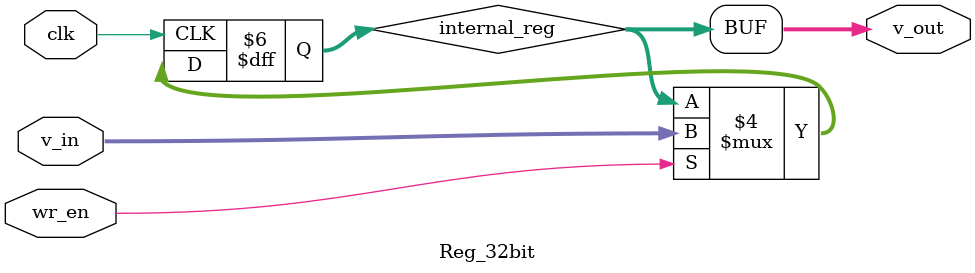
<source format=v>


module Reg_32bit(clk, wr_en, v_in, v_out);

input wire [0:0] clk, wr_en;
input wire [31:0] v_in;
output wire[31:0] v_out;

reg [31:0] internal_reg = 32'b0;


always @(posedge clk) begin

if(wr_en) internal_reg = v_in;

end

assign v_out = internal_reg;

endmodule
</source>
